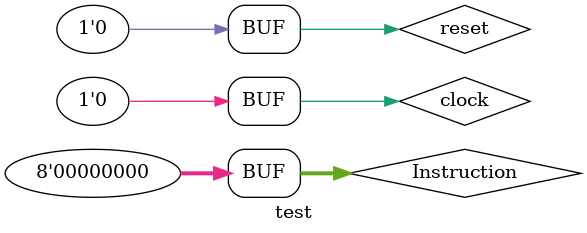
<source format=v>
`timescale 1ns / 1ps


module test;

	// Inputs
	reg clock;
	reg [7:0] Instruction;
	reg reset;

	// Outputs
	wire reg_out_test;
	wire [7:0] read_address;

	// Instantiate the Unit Under Test (UUT)
	main uut (
		.clock(clock), 
		.Instruction(Instruction), 
		.reset(reset), 
		.reg_out_test(reg_out_test), 
		.read_address(read_address)
	);

	initial begin
		// Initialize Inputs
		clock = 0;
		Instruction = 0;
		reset = 0;

		// Wait 100 ns for global reset to finish
		#100;
        
		// Add stimulus here

	end
      
endmodule


</source>
